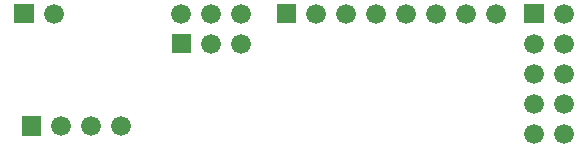
<source format=gbr>
G04 start of page 12 for group -4062 idx -4062 *
G04 Title: (unknown), soldermask *
G04 Creator: pcb 20110918 *
G04 CreationDate: Tue 10 Jan 2012 07:33:53 PM GMT UTC *
G04 For: andy *
G04 Format: Gerber/RS-274X *
G04 PCB-Dimensions: 279528 153543 *
G04 PCB-Coordinate-Origin: lower left *
%MOIN*%
%FSLAX25Y25*%
%LNBOTTOMMASK*%
%ADD90C,0.0660*%
%ADD89C,0.0001*%
G54D89*G36*
X86700Y146843D02*Y140243D01*
X93300D01*
Y146843D01*
X86700D01*
G37*
G54D90*X100000Y143543D03*
G54D89*G36*
X89200Y109343D02*Y102743D01*
X95800D01*
Y109343D01*
X89200D01*
G37*
G54D90*X102500Y106043D03*
X112500D03*
X122500D03*
G54D89*G36*
X139200Y136843D02*Y130243D01*
X145800D01*
Y136843D01*
X139200D01*
G37*
G54D90*X142500Y143543D03*
X152500Y133543D03*
Y143543D03*
X162500Y133543D03*
Y143543D03*
G54D89*G36*
X174200Y146843D02*Y140243D01*
X180800D01*
Y146843D01*
X174200D01*
G37*
G54D90*X187500Y143543D03*
X197500D03*
X207500D03*
X217500D03*
X227500D03*
X237500D03*
X247500D03*
G54D89*G36*
X256700Y146843D02*Y140243D01*
X263300D01*
Y146843D01*
X256700D01*
G37*
G54D90*X270000Y143543D03*
X260000Y133543D03*
X270000D03*
X260000Y123543D03*
X270000D03*
X260000Y113543D03*
X270000D03*
X260000Y103543D03*
X270000D03*
M02*

</source>
